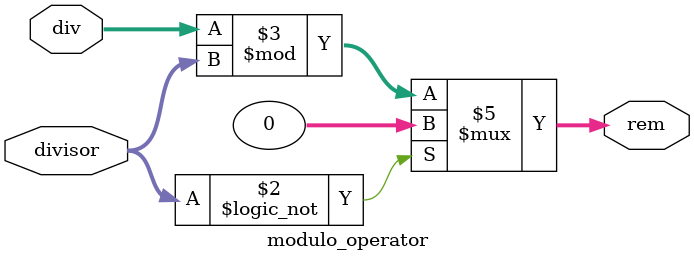
<source format=v>

module modulo_operator (
  input [31:0] div,
  input [31:0] divisor,
  output reg [31:0] rem
);

always @(*) begin
  if (divisor == 0) begin
    rem = 32'h0000_0000;
  end else begin
    rem = div % divisor;
  end
end

endmodule
</source>
